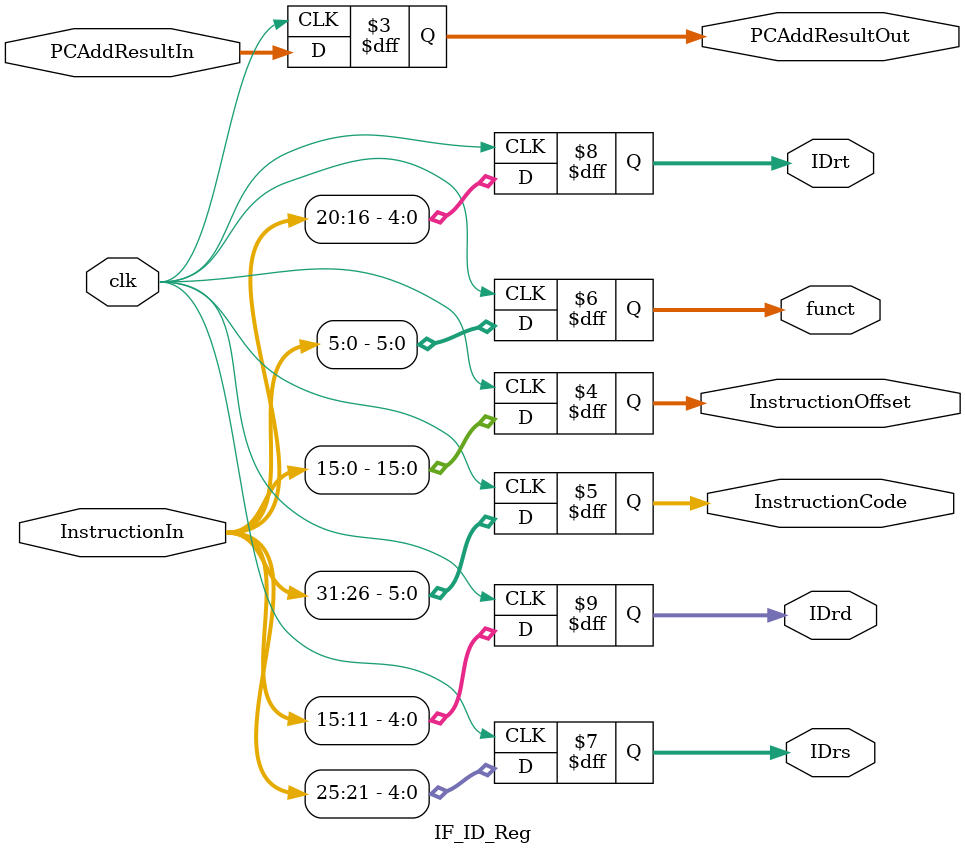
<source format=v>
`timescale 1ns / 1ps


module IF_ID_Reg(
        PCAddResultIn, InstructionIn, clk, 
        PCAddResultOut,InstructionOffset, InstructionCode, funct, IDrs, IDrt, IDrd
    );
    input clk;
    input [31:0] PCAddResultIn, InstructionIn;
    output reg [31:0] PCAddResultOut;
    output reg [15:0] InstructionOffset;
    output reg [5:0] InstructionCode, funct;
    output reg [4:0] IDrs, IDrt, IDrd;   
    
    initial begin
        PCAddResultOut = 0;
        InstructionOffset = 0;
        InstructionCode = 0;
        funct = 0;
        IDrs = 0;
        IDrt = 0;
        IDrd = 0;
    end   
    
    always @ (posedge clk)begin
        PCAddResultOut = PCAddResultIn;
        InstructionOffset <= InstructionIn[15:0];
        InstructionCode <= InstructionIn[31:26];
        funct = InstructionIn[5:0];
        IDrs = InstructionIn[25:21];
        IDrt = InstructionIn[20:16];
        IDrd = InstructionIn[15:11];
    end
endmodule

</source>
